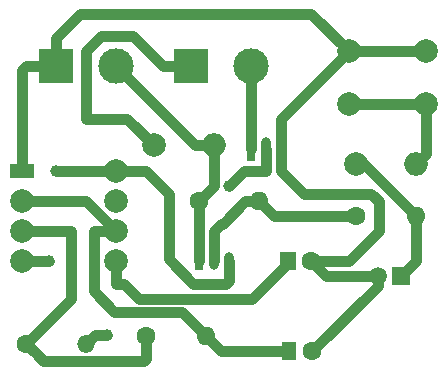
<source format=gbl>
G04 #@! TF.GenerationSoftware,KiCad,Pcbnew,(5.1.2)-2*
G04 #@! TF.CreationDate,2019-08-24T13:29:16+07:00*
G04 #@! TF.ProjectId,siren_sound,73697265-6e5f-4736-9f75-6e642e6b6963,rev?*
G04 #@! TF.SameCoordinates,Original*
G04 #@! TF.FileFunction,Copper,L2,Bot*
G04 #@! TF.FilePolarity,Positive*
%FSLAX46Y46*%
G04 Gerber Fmt 4.6, Leading zero omitted, Abs format (unit mm)*
G04 Created by KiCad (PCBNEW (5.1.2)-2) date 2019-08-24 13:29:16*
%MOMM*%
%LPD*%
G04 APERTURE LIST*
%ADD10R,3.000000X3.000000*%
%ADD11C,3.000000*%
%ADD12R,0.800000X2.000000*%
%ADD13O,0.800000X2.000000*%
%ADD14C,2.000000*%
%ADD15O,2.000000X2.000000*%
%ADD16R,2.000000X1.268000*%
%ADD17C,1.500000*%
%ADD18R,1.600000X1.600000*%
%ADD19R,1.400000X1.600000*%
%ADD20C,1.600000*%
%ADD21R,1.300000X1.600000*%
%ADD22R,0.800000X1.500000*%
%ADD23O,0.800000X1.500000*%
%ADD24O,1.600000X1.600000*%
%ADD25O,1.500000X1.500000*%
%ADD26C,1.000000*%
%ADD27C,0.900000*%
G04 APERTURE END LIST*
D10*
X55245000Y-85090000D03*
D11*
X60325000Y-85090000D03*
X71755000Y-85090000D03*
D10*
X66675000Y-85090000D03*
D12*
X71755000Y-92075000D03*
D13*
X74295000Y-92075000D03*
X73025000Y-92075000D03*
D14*
X80645000Y-93345000D03*
D15*
X85725000Y-93345000D03*
D14*
X63500000Y-91795001D03*
D15*
X68580000Y-91795001D03*
D14*
X86510000Y-83820000D03*
X86510000Y-88320000D03*
X80010000Y-83820000D03*
X80010000Y-88320000D03*
X60325000Y-93980000D03*
X60325000Y-96520000D03*
X60325000Y-99060000D03*
X60325000Y-101600000D03*
D16*
X52385000Y-93980000D03*
D14*
X52385000Y-96520000D03*
X52385000Y-99060000D03*
X52385000Y-101600000D03*
D17*
X82455000Y-102870000D03*
D18*
X84455000Y-102870000D03*
D19*
X74835000Y-101600000D03*
D20*
X76835000Y-101600000D03*
X76930000Y-109220000D03*
D21*
X74930000Y-109220000D03*
D22*
X67310000Y-101600000D03*
D23*
X69850000Y-101600000D03*
X68580000Y-101600000D03*
D20*
X80645000Y-97790000D03*
D24*
X85725000Y-97790000D03*
X72390000Y-96520000D03*
D20*
X67310000Y-96520000D03*
X62865000Y-107950000D03*
D24*
X67945000Y-107950000D03*
D25*
X57785000Y-108585000D03*
D20*
X52705000Y-108585000D03*
D26*
X55245000Y-93980000D03*
X54610000Y-101600000D03*
X69850000Y-95250000D03*
X59575001Y-107835001D03*
D27*
X55245000Y-85090000D02*
X52705000Y-85090000D01*
X52385000Y-85410000D02*
X52385000Y-93980000D01*
X52705000Y-85090000D02*
X52385000Y-85410000D01*
X86510000Y-83820000D02*
X80010000Y-83820000D01*
X74295000Y-89535000D02*
X74295000Y-92075000D01*
X80010000Y-83820000D02*
X74295000Y-89535000D01*
X55245000Y-82690000D02*
X55245000Y-85090000D01*
X57290000Y-80645000D02*
X55245000Y-82690000D01*
X76835000Y-80645000D02*
X57290000Y-80645000D01*
X80010000Y-83820000D02*
X76835000Y-80645000D01*
X78105000Y-102870000D02*
X76835000Y-101600000D01*
X82455000Y-102870000D02*
X78105000Y-102870000D01*
X82455000Y-103695000D02*
X76930000Y-109220000D01*
X82455000Y-102870000D02*
X82455000Y-103695000D01*
X74295000Y-93975000D02*
X76205000Y-95885000D01*
X74295000Y-92075000D02*
X74295000Y-93975000D01*
X76205000Y-95885000D02*
X81915000Y-95885000D01*
X82550000Y-96520000D02*
X82550000Y-99060000D01*
X81915000Y-95885000D02*
X82550000Y-96520000D01*
X80010000Y-101600000D02*
X76835000Y-101600000D01*
X82550000Y-99060000D02*
X80010000Y-101600000D01*
X81280000Y-93345000D02*
X85725000Y-97790000D01*
X80645000Y-93345000D02*
X81280000Y-93345000D01*
X85725000Y-101600000D02*
X84455000Y-102870000D01*
X85725000Y-97790000D02*
X85725000Y-101600000D01*
X60325000Y-101600000D02*
X60325000Y-103535002D01*
X74835000Y-101746002D02*
X71806002Y-104775000D01*
X74835000Y-101600000D02*
X74835000Y-101746002D01*
X71806002Y-104775000D02*
X62230000Y-104775000D01*
X60990002Y-103535002D02*
X60325000Y-103535002D01*
X62230000Y-104775000D02*
X60990002Y-103535002D01*
X57785000Y-96520000D02*
X60325000Y-99060000D01*
X52385000Y-96520000D02*
X57785000Y-96520000D01*
X69215000Y-109220000D02*
X67945000Y-107950000D01*
X74930000Y-109220000D02*
X69215000Y-109220000D01*
X65870010Y-105875010D02*
X67945000Y-107950000D01*
X60155010Y-105875010D02*
X65870010Y-105875010D01*
X58420000Y-104140000D02*
X60155010Y-105875010D01*
X60325000Y-99060000D02*
X58420000Y-99060000D01*
X58420000Y-99060000D02*
X58420000Y-104140000D01*
X67030001Y-91795001D02*
X68580000Y-91795001D01*
X60325000Y-85090000D02*
X67030001Y-91795001D01*
X68580000Y-95250000D02*
X67310000Y-96520000D01*
X68580000Y-91795001D02*
X68580000Y-95250000D01*
X67310000Y-96520000D02*
X67310000Y-101600000D01*
X71755000Y-85090000D02*
X71755000Y-92075000D01*
X64275000Y-85090000D02*
X61735000Y-82550000D01*
X66675000Y-85090000D02*
X64275000Y-85090000D01*
X61735000Y-82550000D02*
X59055000Y-82550000D01*
X59055000Y-82550000D02*
X57785000Y-83820000D01*
X57785000Y-83820000D02*
X57785000Y-89535000D01*
X61239999Y-89535000D02*
X63500000Y-91795001D01*
X57785000Y-89535000D02*
X61239999Y-89535000D01*
X60325000Y-93980000D02*
X62865000Y-93980000D01*
X69850000Y-103250000D02*
X69595000Y-103505000D01*
X69850000Y-101600000D02*
X69850000Y-103250000D01*
X66844998Y-103505000D02*
X64770000Y-101430002D01*
X69595000Y-103505000D02*
X66844998Y-103505000D01*
X64770000Y-95885000D02*
X62865000Y-93980000D01*
X64770000Y-101430002D02*
X64770000Y-95885000D01*
X60325000Y-93980000D02*
X55245000Y-93980000D01*
X52385000Y-101600000D02*
X54610000Y-101600000D01*
X73025000Y-92075000D02*
X73025000Y-93980000D01*
X73025000Y-93980000D02*
X71120000Y-93980000D01*
X71120000Y-93980000D02*
X69850000Y-95250000D01*
X58534999Y-107835001D02*
X59575001Y-107835001D01*
X57785000Y-108585000D02*
X58534999Y-107835001D01*
X86510000Y-88320000D02*
X80010000Y-88320000D01*
X86510000Y-92560000D02*
X85725000Y-93345000D01*
X86510000Y-88320000D02*
X86510000Y-92560000D01*
X62865000Y-107950000D02*
X62865000Y-109855000D01*
X53504999Y-109384999D02*
X52705000Y-108585000D01*
X54155001Y-110035001D02*
X53504999Y-109384999D01*
X62684999Y-110035001D02*
X54155001Y-110035001D01*
X62865000Y-109855000D02*
X62684999Y-110035001D01*
X55245000Y-106045000D02*
X52705000Y-108585000D01*
X56515000Y-104775000D02*
X55245000Y-106045000D01*
X52385000Y-99060000D02*
X56515000Y-99060000D01*
X56515000Y-99060000D02*
X56515000Y-104775000D01*
X71258630Y-96520000D02*
X69353630Y-98425000D01*
X72390000Y-96520000D02*
X71258630Y-96520000D01*
X68580000Y-99950000D02*
X68580000Y-101600000D01*
X68580000Y-99060000D02*
X68580000Y-99950000D01*
X69215000Y-98425000D02*
X68580000Y-99060000D01*
X69353630Y-98425000D02*
X69215000Y-98425000D01*
X73660000Y-97790000D02*
X72390000Y-96520000D01*
X80645000Y-97790000D02*
X73660000Y-97790000D01*
M02*

</source>
